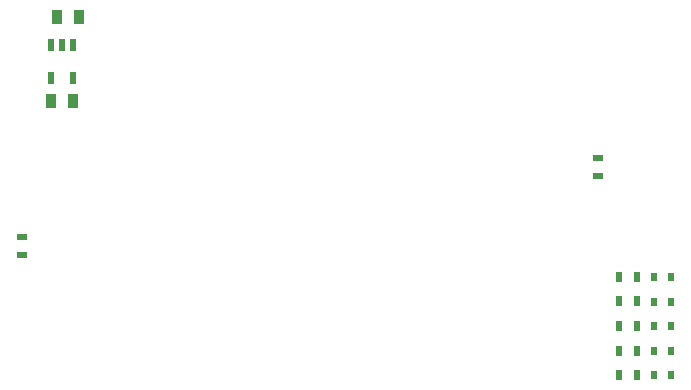
<source format=gtp>
G04*
G04 #@! TF.GenerationSoftware,Altium Limited,Altium Designer,21.2.0 (30)*
G04*
G04 Layer_Color=8421504*
%FSLAX44Y44*%
%MOMM*%
G71*
G04*
G04 #@! TF.SameCoordinates,24290CB3-EA7C-4BBA-8A3B-F1FFB41C3431*
G04*
G04*
G04 #@! TF.FilePolarity,Positive*
G04*
G01*
G75*
%ADD14R,0.9000X0.6000*%
%ADD15R,0.6000X0.8000*%
%ADD16R,0.6000X0.9000*%
%ADD17R,0.5080X0.9977*%
%ADD18R,0.9000X1.3000*%
D14*
X1186180Y1067950D02*
D03*
Y1052950D02*
D03*
X698000Y1000750D02*
D03*
Y985750D02*
D03*
D15*
X1247534Y925429D02*
D03*
X1233034D02*
D03*
X1247534Y946300D02*
D03*
X1233034D02*
D03*
X1247534Y883687D02*
D03*
X1233034D02*
D03*
X1247534Y904558D02*
D03*
X1233034D02*
D03*
X1247534Y967170D02*
D03*
X1233034D02*
D03*
D16*
X1204000Y967240D02*
D03*
X1219000D02*
D03*
X1204000Y883757D02*
D03*
X1219000D02*
D03*
X1204000Y904628D02*
D03*
X1219000D02*
D03*
X1204000Y946369D02*
D03*
X1219000D02*
D03*
X1204000Y925499D02*
D03*
X1219000D02*
D03*
D17*
X741680Y1135725D02*
D03*
X722680D02*
D03*
Y1163229D02*
D03*
X732180D02*
D03*
X741680D02*
D03*
D18*
Y1116345D02*
D03*
X722680D02*
D03*
X727500Y1187000D02*
D03*
X746500D02*
D03*
M02*

</source>
